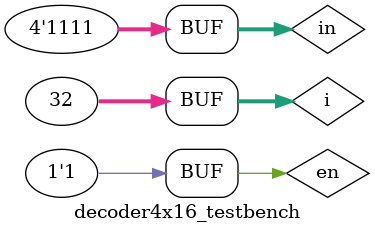
<source format=sv>


`timescale 1ps / 1ps

module decoder4x16 (out, in, en);
  output  logic [15:0]  out;
  input   logic [3:0]   in;
  input   logic         en;

  logic [3:0] tmp;

  decoder2x4 dec0 (.out(tmp), .in(in[3:2]), .en);

  genvar i;
  generate
    for (i = 0; i < 4; i++) begin : eachDecoder2x4
      decoder2x4 dec (.out(out[i*4+3:i*4]), .in(in[1:0]), .en(tmp[i]));
    end
  endgenerate
endmodule

module decoder4x16_testbench();
  logic [15:0]  out;
  logic [3:0]   in;
  logic         en;

  decoder4x16 dut (.out, .in, .en);
  
  integer i;
  initial begin
    for (i = 0; i < 32; i++) begin
      {en, in} = i; #10;
    end
  end
endmodule
</source>
